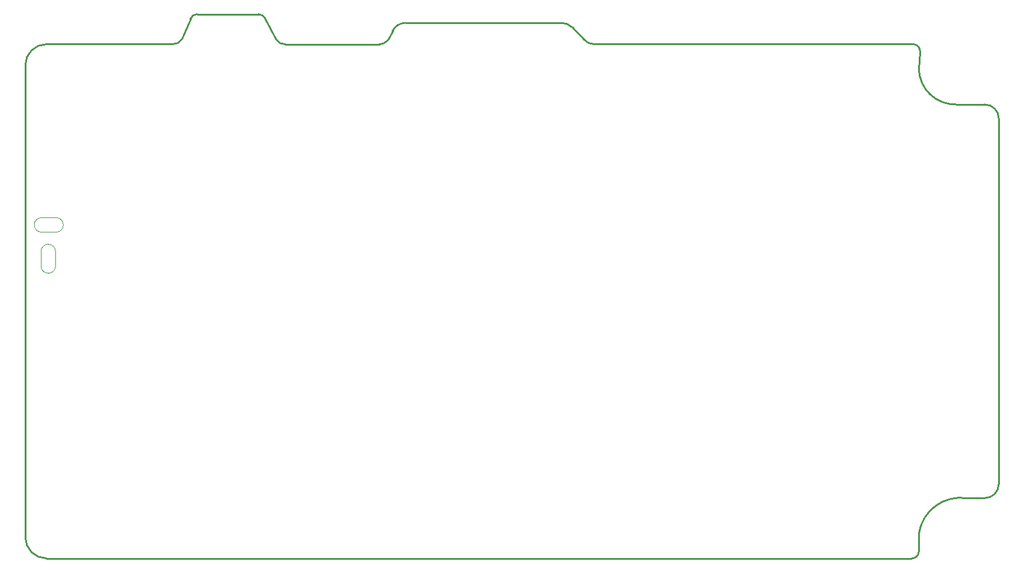
<source format=gm1>
G04 #@! TF.GenerationSoftware,KiCad,Pcbnew,9.0.1+1*
G04 #@! TF.CreationDate,2025-10-02T22:25:14+00:00*
G04 #@! TF.ProjectId,spider2,73706964-6572-4322-9e6b-696361645f70,rev?*
G04 #@! TF.SameCoordinates,Original*
G04 #@! TF.FileFunction,Profile,NP*
%FSLAX46Y46*%
G04 Gerber Fmt 4.6, Leading zero omitted, Abs format (unit mm)*
G04 Created by KiCad (PCBNEW 9.0.1+1) date 2025-10-02 22:25:14*
%MOMM*%
%LPD*%
G01*
G04 APERTURE LIST*
G04 #@! TA.AperFunction,Profile*
%ADD10C,0.254000*%
G04 #@! TD*
G04 #@! TA.AperFunction,Profile*
%ADD11C,0.100000*%
G04 #@! TD*
G04 APERTURE END LIST*
D10*
X188734215Y-29941118D02*
X189348013Y-28708495D01*
X268644600Y-39091600D02*
G75*
G02*
X263394600Y-34091600I-125000J5125000D01*
G01*
X171355423Y-26912344D02*
X172935458Y-29939998D01*
X272644600Y-39091600D02*
G75*
G02*
X274644600Y-41091600I0J-2000000D01*
G01*
X188734215Y-29941118D02*
G75*
G02*
X187470000Y-30610005I-1190015J720018D01*
G01*
X174199673Y-30608880D02*
X187470000Y-30610000D01*
X263394600Y-102091600D02*
X263394600Y-99591600D01*
X263394600Y-102091600D02*
G75*
G02*
X262394600Y-103091600I-1000000J0D01*
G01*
X160894802Y-26993677D02*
G75*
G02*
X161819244Y-26375041I924398J-381323D01*
G01*
X137644600Y-33590572D02*
G75*
G02*
X140643571Y-30590600I3000000J-28D01*
G01*
D11*
X143000001Y-56049999D02*
X143000001Y-56092893D01*
X143000001Y-56092893D02*
G75*
G02*
X142000001Y-57092901I-1000001J-7D01*
G01*
D10*
X270144600Y-94591600D02*
X272644600Y-94591600D01*
X159689540Y-29915593D02*
G75*
G02*
X158425325Y-30584472I-1189940J719893D01*
G01*
D11*
X138914213Y-56049999D02*
X138914213Y-56092893D01*
D10*
X159689540Y-29915593D02*
X160894802Y-26993677D01*
D11*
X139914213Y-57092893D02*
G75*
G02*
X138914207Y-56092893I-13J999993D01*
G01*
D10*
X262570799Y-30591425D02*
G75*
G02*
X263568032Y-31662668I-199J-999975D01*
G01*
X140644600Y-103091600D02*
X262394600Y-103091600D01*
X274644600Y-92591600D02*
X274644600Y-41091600D01*
D11*
X138914213Y-56049999D02*
G75*
G02*
X139914213Y-55050013I999987J-1D01*
G01*
D10*
X170468885Y-26375000D02*
G75*
G02*
X171355435Y-26912338I15J-1000000D01*
G01*
X140644600Y-103091600D02*
G75*
G02*
X137644600Y-100091600I0J3000000D01*
G01*
X217579797Y-30584101D02*
G75*
G02*
X216293038Y-29959722I26103J1691901D01*
G01*
D11*
X139857106Y-59800000D02*
G75*
G02*
X140857106Y-58800006I999994J0D01*
G01*
D10*
X140643571Y-30590572D02*
X158425325Y-30584475D01*
D11*
X139857106Y-61885788D02*
X139857106Y-59800000D01*
X140857106Y-62885788D02*
G75*
G02*
X139857112Y-61885788I-6J999988D01*
G01*
D10*
X174199673Y-30608880D02*
G75*
G02*
X172935491Y-29939978I-74173J1388880D01*
G01*
X263394600Y-99591600D02*
G75*
G02*
X270144601Y-94591600I5875000J-875000D01*
G01*
D11*
X140900000Y-58800000D02*
X140857106Y-58800000D01*
D10*
X189348013Y-28708495D02*
G75*
G02*
X191138325Y-27600023I1790287J-891505D01*
G01*
X217579797Y-30584101D02*
X262570799Y-30591425D01*
X161819244Y-26375000D02*
X170468885Y-26375000D01*
X137644600Y-33590572D02*
X137644600Y-100091600D01*
X213136100Y-27600000D02*
G75*
G02*
X214562876Y-28198461I0J-2000000D01*
G01*
X191138325Y-27600000D02*
X213136100Y-27600000D01*
X263568095Y-31662672D02*
X263394600Y-34091600D01*
D11*
X141900000Y-61885788D02*
X141900000Y-59800000D01*
X141900000Y-61885788D02*
G75*
G02*
X140900000Y-62885800I-1000000J-12D01*
G01*
X142000001Y-57092893D02*
X139914213Y-57092893D01*
X140900000Y-62885788D02*
X140857106Y-62885788D01*
X142000001Y-55049999D02*
X139914213Y-55049999D01*
X142000001Y-55049999D02*
G75*
G02*
X143000001Y-56049999I-1J-1000001D01*
G01*
D10*
X274644600Y-92591600D02*
G75*
G02*
X272644600Y-94591600I-2000000J0D01*
G01*
X268644600Y-39091600D02*
X272644600Y-39091600D01*
D11*
X140900000Y-58800000D02*
G75*
G02*
X141900000Y-59800000I0J-1000000D01*
G01*
D10*
X214562876Y-28198461D02*
X216293008Y-29959747D01*
M02*

</source>
